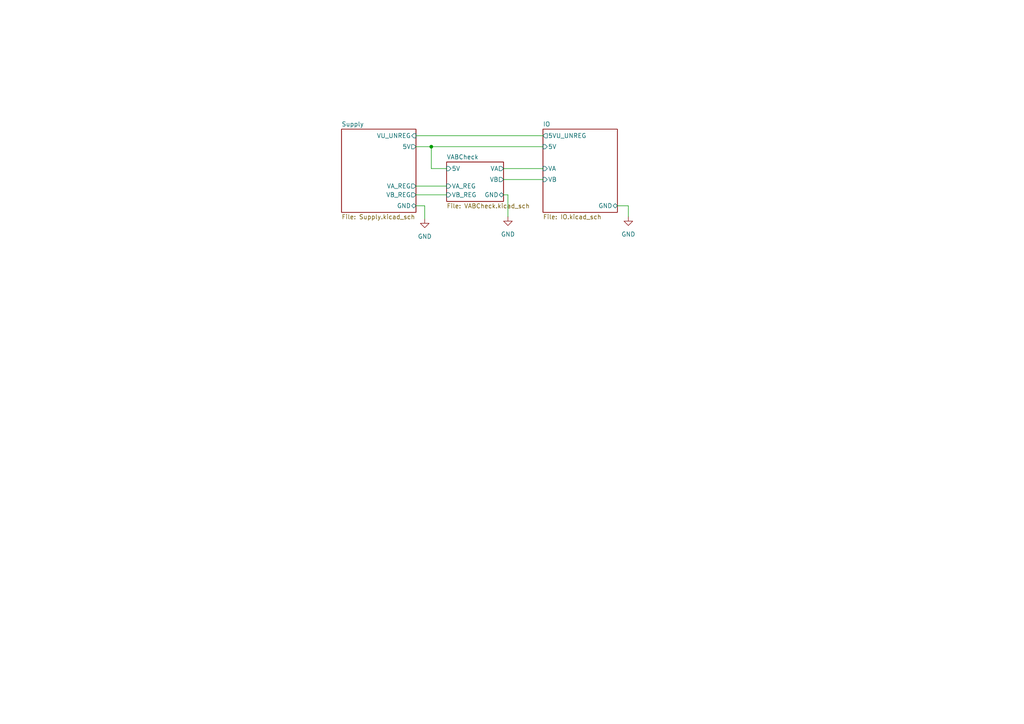
<source format=kicad_sch>
(kicad_sch (version 20211123) (generator eeschema)
  (paper "A4")
  (lib_symbols
    (symbol "power:GND" (power) (pin_names (offset 0))
      (property "Value" "GND" (at 0 -3.81 0))
      (symbol "GND_0_1"
        (polyline (pts (xy 0 0) (xy 0 -1.27) (xy 1.27 -1.27) (xy 0 -2.54) (xy -1.27 -1.27) (xy 0 -1.27)))
      )
      (symbol "GND_1_1"
        (pin power_in line (at 0 0 270) (length 0) hide (name "GND") (number "1"))
      )
    )
  )
  (junction (at 125.095 42.545))
  (wire (pts (xy 147.32 56.515) (xy 147.32 62.865)))
  (wire (pts (xy 120.65 42.545) (xy 125.095 42.545)))
  (wire (pts (xy 120.65 39.37) (xy 157.48 39.37)))
  (wire (pts (xy 182.245 59.69) (xy 182.245 62.865)))
  (wire (pts (xy 182.245 59.69) (xy 179.07 59.69)))
  (wire (pts (xy 120.65 56.515) (xy 129.54 56.515)))
  (wire (pts (xy 146.05 56.515) (xy 147.32 56.515)))
  (wire (pts (xy 120.65 59.69) (xy 123.19 59.69)))
  (wire (pts (xy 125.095 42.545) (xy 157.48 42.545)))
  (wire (pts (xy 123.19 59.69) (xy 123.19 63.5)))
  (wire (pts (xy 129.54 48.895) (xy 125.095 48.895)))
  (wire (pts (xy 146.05 52.07) (xy 157.48 52.07)))
  (wire (pts (xy 120.65 53.975) (xy 129.54 53.975)))
  (wire (pts (xy 125.095 48.895) (xy 125.095 42.545)))
  (wire (pts (xy 146.05 48.895) (xy 157.48 48.895)))
  (symbol (lib_id "power:GND") (at 147.32 62.865 0) (unit 1)
    (property "Reference" "#PWR?" (effects hide))
    (property "Value" "GND" (at 147.32 67.945 0))
  )
  (symbol (lib_id "power:GND") (at 123.19 63.5 0) (unit 1)
    (property "Reference" "#PWR?" (effects hide))
    (property "Value" "GND" (at 123.19 68.58 0))
  )
  (symbol (lib_id "power:GND") (at 182.245 62.865 0) (unit 1)
    (property "Reference" "#PWR?" (effects hide))
    (property "Value" "GND" (at 182.245 67.945 0))
  )
  (sheet (at 157.48 37.465) (size 21.59 24.13) (stroke (width 0.1524))
    (property "Sheet name" "IO" (at 157.48 36.7534 0) (effects (justify left bottom)))
    (property "Sheet file" "IO.kicad_sch" (at 157.48 62.1796 0) (effects (justify left top)))
    (pin "5VU_UNREG" output (at 157.48 39.37 180))
    (pin "GND" bidirectional (at 179.07 59.69 0))
    (pin "VB" input (at 157.48 52.07 180))
    (pin "VA" input (at 157.48 48.895 180))
    (pin "5V" input (at 157.48 42.545 180))
  )
  (sheet (at 129.54 46.99) (size 16.51 11.43) (stroke (width 0.1524))
    (property "Sheet name" "VABCheck" (at 129.54 46.2784 0) (effects (justify left bottom)))
    (property "Sheet file" "VABCheck.kicad_sch" (at 129.54 59.0046 0) (effects (justify left top)))
    (pin "VA_REG" input (at 129.54 53.975 180))
    (pin "VB_REG" input (at 129.54 56.515 180))
    (pin "VA" output (at 146.05 48.895 0))
    (pin "VB" output (at 146.05 52.07 0))
    (pin "GND" bidirectional (at 146.05 56.515 0))
    (pin "5V" input (at 129.54 48.895 180))
  )
  (sheet (at 99.06 37.465) (size 21.59 24.13) (stroke (width 0.1524))
    (property "Sheet name" "Supply" (at 99.06 36.7534 0) (effects (justify left bottom)))
    (property "Sheet file" "Supply.kicad_sch" (at 99.06 62.1796 0) (effects (justify left top)))
    (pin "VU_UNREG" input (at 120.65 39.37 0))
    (pin "5V" output (at 120.65 42.545 0))
    (pin "GND" bidirectional (at 120.65 59.69 0))
    (pin "VB_REG" output (at 120.65 56.515 0))
    (pin "VA_REG" output (at 120.65 53.975 0))
  )
)
</source>
